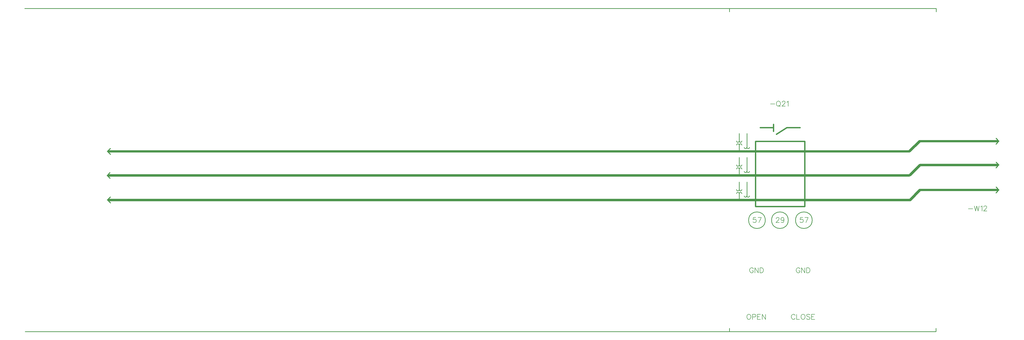
<source format=gto>
G04 Layer: TopSilkscreenLayer*
G04 EasyEDA v6.5.34, 2023-08-21 18:11:39*
G04 69f12b32e1f2471e8f8ee6d1f76a66ce,5a6b42c53f6a479593ecc07194224c93,10*
G04 Gerber Generator version 0.2*
G04 Scale: 100 percent, Rotated: No, Reflected: No *
G04 Dimensions in millimeters *
G04 leading zeros omitted , absolute positions ,4 integer and 5 decimal *
%FSLAX45Y45*%
%MOMM*%

%ADD10C,0.2032*%
%ADD11C,0.2540*%
%ADD12C,1.0000*%
%ADD13C,0.5000*%

%LPD*%
D10*
X40067270Y844603D02*
G01*
X40058126Y863145D01*
X40039584Y881687D01*
X40021042Y890831D01*
X39984212Y890831D01*
X39965670Y881687D01*
X39947382Y863145D01*
X39937984Y844603D01*
X39928840Y816917D01*
X39928840Y770689D01*
X39937984Y743003D01*
X39947382Y724715D01*
X39965670Y706173D01*
X39984212Y696775D01*
X40021042Y696775D01*
X40039584Y706173D01*
X40058126Y724715D01*
X40067270Y743003D01*
X40128230Y890831D02*
G01*
X40128230Y696775D01*
X40128230Y696775D02*
G01*
X40239228Y696775D01*
X40355560Y890831D02*
G01*
X40337018Y881687D01*
X40318476Y863145D01*
X40309332Y844603D01*
X40300188Y816917D01*
X40300188Y770689D01*
X40309332Y743003D01*
X40318476Y724715D01*
X40337018Y706173D01*
X40355560Y696775D01*
X40392390Y696775D01*
X40410932Y706173D01*
X40429474Y724715D01*
X40438618Y743003D01*
X40447762Y770689D01*
X40447762Y816917D01*
X40438618Y844603D01*
X40429474Y863145D01*
X40410932Y881687D01*
X40392390Y890831D01*
X40355560Y890831D01*
X40638262Y863145D02*
G01*
X40619720Y881687D01*
X40592034Y890831D01*
X40554950Y890831D01*
X40527264Y881687D01*
X40508722Y863145D01*
X40508722Y844603D01*
X40518120Y826315D01*
X40527264Y816917D01*
X40545806Y807773D01*
X40601178Y789231D01*
X40619720Y780087D01*
X40628864Y770689D01*
X40638262Y752401D01*
X40638262Y724715D01*
X40619720Y706173D01*
X40592034Y696775D01*
X40554950Y696775D01*
X40527264Y706173D01*
X40508722Y724715D01*
X40699222Y890831D02*
G01*
X40699222Y696775D01*
X40699222Y890831D02*
G01*
X40819110Y890831D01*
X40699222Y798375D02*
G01*
X40772882Y798375D01*
X40699222Y696775D02*
G01*
X40819110Y696775D01*
X38288287Y890831D02*
G01*
X38269745Y881687D01*
X38251203Y863145D01*
X38242059Y844603D01*
X38232915Y816917D01*
X38232915Y770689D01*
X38242059Y743003D01*
X38251203Y724715D01*
X38269745Y706173D01*
X38288287Y696775D01*
X38325117Y696775D01*
X38343659Y706173D01*
X38362201Y724715D01*
X38371345Y743003D01*
X38380489Y770689D01*
X38380489Y816917D01*
X38371345Y844603D01*
X38362201Y863145D01*
X38343659Y881687D01*
X38325117Y890831D01*
X38288287Y890831D01*
X38441449Y890831D02*
G01*
X38441449Y696775D01*
X38441449Y890831D02*
G01*
X38524761Y890831D01*
X38552447Y881687D01*
X38561591Y872289D01*
X38570735Y854001D01*
X38570735Y826315D01*
X38561591Y807773D01*
X38552447Y798375D01*
X38524761Y789231D01*
X38441449Y789231D01*
X38631695Y890831D02*
G01*
X38631695Y696775D01*
X38631695Y890831D02*
G01*
X38751837Y890831D01*
X38631695Y798375D02*
G01*
X38705609Y798375D01*
X38631695Y696775D02*
G01*
X38751837Y696775D01*
X38812797Y890831D02*
G01*
X38812797Y696775D01*
X38812797Y890831D02*
G01*
X38942083Y696775D01*
X38942083Y890831D02*
G01*
X38942083Y696775D01*
X40254120Y2622382D02*
G01*
X40244976Y2640924D01*
X40226434Y2659466D01*
X40208146Y2668610D01*
X40171062Y2668610D01*
X40152520Y2659466D01*
X40134232Y2640924D01*
X40124834Y2622382D01*
X40115690Y2594696D01*
X40115690Y2548722D01*
X40124834Y2520782D01*
X40134232Y2502494D01*
X40152520Y2483952D01*
X40171062Y2474808D01*
X40208146Y2474808D01*
X40226434Y2483952D01*
X40244976Y2502494D01*
X40254120Y2520782D01*
X40254120Y2548722D01*
X40208146Y2548722D02*
G01*
X40254120Y2548722D01*
X40315080Y2668610D02*
G01*
X40315080Y2474808D01*
X40315080Y2668610D02*
G01*
X40444620Y2474808D01*
X40444620Y2668610D02*
G01*
X40444620Y2474808D01*
X40505580Y2668610D02*
G01*
X40505580Y2474808D01*
X40505580Y2668610D02*
G01*
X40570096Y2668610D01*
X40597782Y2659466D01*
X40616324Y2640924D01*
X40625468Y2622382D01*
X40634866Y2594696D01*
X40634866Y2548722D01*
X40625468Y2520782D01*
X40616324Y2502494D01*
X40597782Y2483952D01*
X40570096Y2474808D01*
X40505580Y2474808D01*
X38475716Y2622550D02*
G01*
X38466572Y2641092D01*
X38448030Y2659634D01*
X38429742Y2668778D01*
X38392658Y2668778D01*
X38374116Y2659634D01*
X38355828Y2641092D01*
X38346430Y2622550D01*
X38337286Y2594863D01*
X38337286Y2548889D01*
X38346430Y2520950D01*
X38355828Y2502662D01*
X38374116Y2484120D01*
X38392658Y2474976D01*
X38429742Y2474976D01*
X38448030Y2484120D01*
X38466572Y2502662D01*
X38475716Y2520950D01*
X38475716Y2548889D01*
X38429742Y2548889D02*
G01*
X38475716Y2548889D01*
X38536676Y2668778D02*
G01*
X38536676Y2474976D01*
X38536676Y2668778D02*
G01*
X38666216Y2474976D01*
X38666216Y2668778D02*
G01*
X38666216Y2474976D01*
X38727176Y2668778D02*
G01*
X38727176Y2474976D01*
X38727176Y2668778D02*
G01*
X38791692Y2668778D01*
X38819378Y2659634D01*
X38837920Y2641092D01*
X38847064Y2622550D01*
X38856462Y2594863D01*
X38856462Y2548889D01*
X38847064Y2520950D01*
X38837920Y2502662D01*
X38819378Y2484120D01*
X38791692Y2474976D01*
X38727176Y2474976D01*
X39133411Y8920734D02*
G01*
X39299527Y8920734D01*
X39415859Y9031478D02*
G01*
X39397571Y9022334D01*
X39379029Y9003792D01*
X39369885Y8985250D01*
X39360487Y8957563D01*
X39360487Y8911589D01*
X39369885Y8883650D01*
X39379029Y8865362D01*
X39397571Y8846820D01*
X39415859Y8837676D01*
X39452943Y8837676D01*
X39471485Y8846820D01*
X39489773Y8865362D01*
X39499171Y8883650D01*
X39508315Y8911589D01*
X39508315Y8957563D01*
X39499171Y8985250D01*
X39489773Y9003792D01*
X39471485Y9022334D01*
X39452943Y9031478D01*
X39415859Y9031478D01*
X39443545Y8874505D02*
G01*
X39499171Y8819134D01*
X39578419Y8985250D02*
G01*
X39578419Y8994647D01*
X39587817Y9013189D01*
X39596961Y9022334D01*
X39615503Y9031478D01*
X39652333Y9031478D01*
X39670875Y9022334D01*
X39680019Y9013189D01*
X39689417Y8994647D01*
X39689417Y8976105D01*
X39680019Y8957563D01*
X39661731Y8929878D01*
X39569275Y8837676D01*
X39698561Y8837676D01*
X39759521Y8994647D02*
G01*
X39778063Y9003792D01*
X39805749Y9031478D01*
X39805749Y8837676D01*
X39347635Y4540250D02*
G01*
X39347635Y4549647D01*
X39357033Y4568189D01*
X39366177Y4577334D01*
X39384719Y4586478D01*
X39421549Y4586478D01*
X39440091Y4577334D01*
X39449235Y4568189D01*
X39458633Y4549647D01*
X39458633Y4531105D01*
X39449235Y4512563D01*
X39430947Y4484878D01*
X39338491Y4392676D01*
X39467777Y4392676D01*
X39648879Y4521962D02*
G01*
X39639481Y4494276D01*
X39621193Y4475734D01*
X39593507Y4466589D01*
X39584109Y4466589D01*
X39556423Y4475734D01*
X39537881Y4494276D01*
X39528737Y4521962D01*
X39528737Y4531105D01*
X39537881Y4558792D01*
X39556423Y4577334D01*
X39584109Y4586478D01*
X39593507Y4586478D01*
X39621193Y4577334D01*
X39639481Y4558792D01*
X39648879Y4521962D01*
X39648879Y4475734D01*
X39639481Y4429505D01*
X39621193Y4401820D01*
X39593507Y4392676D01*
X39574965Y4392676D01*
X39547279Y4401820D01*
X39537881Y4420362D01*
X40363635Y4586478D02*
G01*
X40271433Y4586478D01*
X40262035Y4503420D01*
X40271433Y4512563D01*
X40299119Y4521962D01*
X40326805Y4521962D01*
X40354491Y4512563D01*
X40373033Y4494276D01*
X40382177Y4466589D01*
X40382177Y4448047D01*
X40373033Y4420362D01*
X40354491Y4401820D01*
X40326805Y4392676D01*
X40299119Y4392676D01*
X40271433Y4401820D01*
X40262035Y4410963D01*
X40252891Y4429505D01*
X40572423Y4586478D02*
G01*
X40480221Y4392676D01*
X40443137Y4586478D02*
G01*
X40572423Y4586478D01*
X38572935Y4586478D02*
G01*
X38480733Y4586478D01*
X38471335Y4503420D01*
X38480733Y4512563D01*
X38508419Y4521962D01*
X38536105Y4521962D01*
X38563791Y4512563D01*
X38582333Y4494276D01*
X38591477Y4466589D01*
X38591477Y4448047D01*
X38582333Y4420362D01*
X38563791Y4401820D01*
X38536105Y4392676D01*
X38508419Y4392676D01*
X38480733Y4401820D01*
X38471335Y4410963D01*
X38462191Y4429505D01*
X38781723Y4586478D02*
G01*
X38689521Y4392676D01*
X38652437Y4586478D02*
G01*
X38781723Y4586478D01*
X46685200Y4920234D02*
G01*
X46851570Y4920234D01*
X46912529Y5030978D02*
G01*
X46958504Y4837176D01*
X47004732Y5030978D02*
G01*
X46958504Y4837176D01*
X47004732Y5030978D02*
G01*
X47050959Y4837176D01*
X47097188Y5030978D02*
G01*
X47050959Y4837176D01*
X47158148Y4994147D02*
G01*
X47176690Y5003292D01*
X47204375Y5030978D01*
X47204375Y4837176D01*
X47274479Y4984750D02*
G01*
X47274479Y4994147D01*
X47283624Y5012689D01*
X47293022Y5021834D01*
X47311309Y5030978D01*
X47348393Y5030978D01*
X47366936Y5021834D01*
X47376079Y5012689D01*
X47385224Y4994147D01*
X47385224Y4975605D01*
X47376079Y4957063D01*
X47357538Y4929378D01*
X47265336Y4837176D01*
X47394622Y4837176D01*
G36*
X47746716Y7632700D02*
G01*
X47721316Y7607300D01*
X47816566Y7499350D01*
X47721316Y7391400D01*
X47746716Y7366000D01*
X47867366Y7499350D01*
G37*
G36*
X47749866Y5772150D02*
G01*
X47724466Y5746750D01*
X47819716Y5638800D01*
X47724466Y5530850D01*
X47749866Y5505450D01*
X47870516Y5638800D01*
G37*
G36*
X47749866Y6724650D02*
G01*
X47724466Y6699250D01*
X47819716Y6591300D01*
X47724466Y6483350D01*
X47749866Y6457950D01*
X47870516Y6591300D01*
G37*
G36*
X13928750Y5391150D02*
G01*
X13808100Y5257800D01*
X13928750Y5124450D01*
X13954150Y5149850D01*
X13858900Y5257800D01*
X13954150Y5365750D01*
G37*
G36*
X13928750Y7245350D02*
G01*
X13808100Y7112000D01*
X13928750Y6978650D01*
X13954150Y7004050D01*
X13858900Y7112000D01*
X13954150Y7219950D01*
G37*
G36*
X13919200Y6324600D02*
G01*
X13798550Y6191250D01*
X13919200Y6057900D01*
X13944600Y6083300D01*
X13849350Y6191250D01*
X13944600Y6299200D01*
G37*
D11*
X37566600Y228600D02*
G01*
X10680700Y228600D01*
X44453695Y228600D02*
G01*
X37566600Y228600D01*
X37566600Y355600D01*
X45444295Y355600D02*
G01*
X45444295Y228600D01*
X45444295Y228600D02*
G01*
X44453695Y228600D01*
X37566600Y12573000D02*
G01*
X10668000Y12573000D01*
X44466395Y12573000D02*
G01*
X37566600Y12573000D01*
X37566600Y12446000D01*
X45456995Y12446000D02*
G01*
X45456995Y12573000D01*
X45456995Y12573000D02*
G01*
X44466395Y12573000D01*
D12*
X44462700Y5257800D02*
G01*
X44831000Y5626100D01*
X44462700Y6210300D02*
G01*
X44831000Y6578600D01*
X44450000Y7124700D02*
G01*
X44818300Y7493000D01*
D13*
X39753603Y8013700D02*
G01*
X40261603Y8013700D01*
X38737603Y8013700D02*
G01*
X39245603Y8013700D01*
X39753603Y8013700D02*
G01*
X39359903Y7759700D01*
X39245603Y8140700D02*
G01*
X39245603Y7874000D01*
D11*
X37937503Y5499100D02*
G01*
X37937503Y5295900D01*
X37937503Y6438900D02*
G01*
X37937503Y6235700D01*
X37937503Y7353300D02*
G01*
X37937503Y7150100D01*
X37937503Y6591300D02*
G01*
X37937503Y6883400D01*
X37937503Y5651500D02*
G01*
X37937503Y5943600D01*
X38229603Y5410200D02*
G01*
X38229603Y5943600D01*
X38229603Y6350000D02*
G01*
X38229603Y6883400D01*
X37937503Y7505700D02*
G01*
X37937503Y7797800D01*
X38229603Y7264400D02*
G01*
X38229603Y7797800D01*
G75*
G01*
X38128004Y7264400D02*
G03*
X38228003Y7264400I49999J0D01*
G75*
G01*
X38229604Y7264400D02*
G03*
X38329603Y7264400I49999J0D01*
G75*
G01*
X37937504Y7505700D02*
G03*
X38037503Y7505700I49999J0D01*
G75*
G01*
X37835904Y7505700D02*
G03*
X37935903Y7505700I49999J0D01*
G75*
G01*
X38039104Y7353300D02*
G03*
X37939104Y7353300I-50000J0D01*
G75*
G01*
X37937504Y7353300D02*
G03*
X37837504Y7353300I-50000J0D01*
G75*
G01*
X37937504Y6438900D02*
G03*
X37837504Y6438900I-50000J0D01*
G75*
G01*
X38039104Y6438900D02*
G03*
X37939104Y6438900I-50000J0D01*
G75*
G01*
X37835904Y6591300D02*
G03*
X37935903Y6591300I49999J0D01*
G75*
G01*
X37937504Y6591300D02*
G03*
X38037503Y6591300I49999J0D01*
G75*
G01*
X38229604Y6350000D02*
G03*
X38329603Y6350000I49999J0D01*
G75*
G01*
X38128004Y6350000D02*
G03*
X38228003Y6350000I49999J0D01*
G75*
G01*
X37937504Y5499100D02*
G03*
X37837504Y5499100I-50000J0D01*
G75*
G01*
X38039104Y5499100D02*
G03*
X37939104Y5499100I-50000J0D01*
G75*
G01*
X37835904Y5651500D02*
G03*
X37935903Y5651500I49999J0D01*
G75*
G01*
X37937504Y5651500D02*
G03*
X38037503Y5651500I49999J0D01*
G75*
G01*
X38229604Y5410200D02*
G03*
X38329603Y5410200I49999J0D01*
G75*
G01*
X38128004Y5410200D02*
G03*
X38228003Y5410200I49999J0D01*
G75*
G01
X39808404Y4483100D02*
G03X39808404Y4483100I-317500J0D01*
G75*
G01
X40722804Y4483100D02*
G03X40722804Y4483100I-317500J0D01*
G75*
G01
X38932104Y4483100D02*
G03X38932104Y4483100I-317500J0D01*
G36*
X13849984Y7156373D02*
G01*
X44449923Y7156373D01*
X44449923Y7067473D01*
X13849984Y7067473D01*
G37*
G36*
X13849984Y6235700D02*
G01*
X44449923Y6235700D01*
X44449923Y6146800D01*
X13849984Y6146800D01*
G37*
G36*
X13849984Y5299633D02*
G01*
X44449923Y5299633D01*
X44449923Y5210733D01*
X13849984Y5210733D01*
G37*
G36*
X44824319Y5683808D02*
G01*
X47824313Y5683808D01*
X47824313Y5594908D01*
X44824319Y5594908D01*
G37*
G36*
X44824319Y6633794D02*
G01*
X47824313Y6633794D01*
X47824313Y6544894D01*
X44824319Y6544894D01*
G37*
G36*
X44824319Y7543800D02*
G01*
X47824313Y7543800D01*
X47824313Y7454900D01*
X44824319Y7454900D01*
G37*
D13*
X38559816Y7493000D02*
G01*
X40439416Y7493000D01*
X40439416Y5003800D01*
X38559816Y5003800D01*
X38559816Y7493000D01*
M02*

</source>
